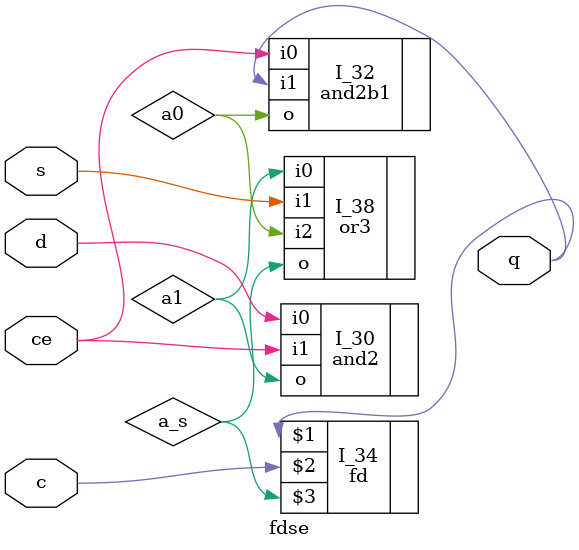
<source format=v>

module fdse( q, c, ce, d, s );

output  q;


input  c, ce, d, s;





specify 
    specparam CDS_LIBNAME  = "xc7000";
    specparam CDS_CELLNAME = "fdse";
    specparam CDS_VIEWNAME = "schematic";
endspecify

and2  I_30( .i0(d), .o(a1), .i1(ce));
and2b1  I_32( .i0(ce), .i1(q), .o(a0));
fd I_34( q, c, a_s);
or3  I_38( .i2(a0), .i0(a1), .o(a_s), .i1(s));

endmodule

</source>
